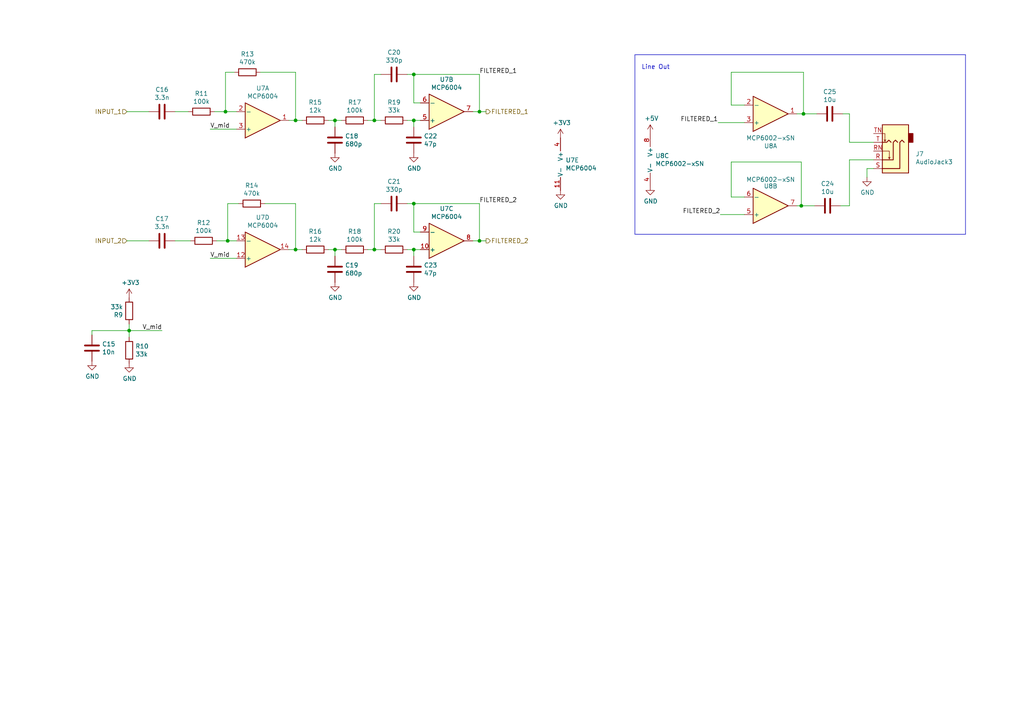
<source format=kicad_sch>
(kicad_sch (version 20230121) (generator eeschema)
  (paper "A4")
  (title_block (title "rusEfi Proteus") (date "2022-04-09") (rev "v0.7") (company "rusEFI") (comment 1 "github.com/mck1117/proteus") (comment 2 "rusefi.com/s/proteus"))
  (lib_symbols
    (symbol "Amplifier_Operational:MCP6002-xSN" (pin_names (offset 0.127))
      (property "Reference" "U" (at 0 5.08 0))
      (property "Value" "MCP6002-xSN" (at 0 -5.08 0))
      (symbol "MCP6002-xSN_1_1"
        (polyline (pts (xy -5.08 5.08) (xy 5.08 0) (xy -5.08 -5.08) (xy -5.08 5.08)) (stroke (width 0.254)) (fill (type background)))
        (pin output line (at 7.62 0 180) (length 2.54) (name "~") (number "1"))
        (pin input line (at -7.62 -2.54 0) (length 2.54) (name "-") (number "2"))
        (pin input line (at -7.62 2.54 0) (length 2.54) (name "+") (number "3"))
      )
      (symbol "MCP6002-xSN_2_1"
        (polyline (pts (xy -5.08 5.08) (xy 5.08 0) (xy -5.08 -5.08) (xy -5.08 5.08)) (stroke (width 0.254)) (fill (type background)))
        (pin input line (at -7.62 2.54 0) (length 2.54) (name "+") (number "5"))
        (pin input line (at -7.62 -2.54 0) (length 2.54) (name "-") (number "6"))
        (pin output line (at 7.62 0 180) (length 2.54) (name "~") (number "7"))
      )
      (symbol "MCP6002-xSN_3_1"
        (pin power_in line (at -2.54 -7.62 90) (length 3.81) (name "V-") (number "4"))
        (pin power_in line (at -2.54 7.62 270) (length 3.81) (name "V+") (number "8"))
      )
    )
    (symbol "Amplifier_Operational:MCP6004" (pin_names (offset 0.127))
      (property "Reference" "U" (at 0 5.08 0))
      (property "Value" "MCP6004" (at 0 -5.08 0))
      (symbol "MCP6004_1_1"
        (polyline (pts (xy -5.08 5.08) (xy 5.08 0) (xy -5.08 -5.08) (xy -5.08 5.08)) (stroke (width 0.254)) (fill (type background)))
        (pin output line (at 7.62 0 180) (length 2.54) (name "~") (number "1"))
        (pin input line (at -7.62 -2.54 0) (length 2.54) (name "-") (number "2"))
        (pin input line (at -7.62 2.54 0) (length 2.54) (name "+") (number "3"))
      )
      (symbol "MCP6004_2_1"
        (polyline (pts (xy -5.08 5.08) (xy 5.08 0) (xy -5.08 -5.08) (xy -5.08 5.08)) (stroke (width 0.254)) (fill (type background)))
        (pin input line (at -7.62 2.54 0) (length 2.54) (name "+") (number "5"))
        (pin input line (at -7.62 -2.54 0) (length 2.54) (name "-") (number "6"))
        (pin output line (at 7.62 0 180) (length 2.54) (name "~") (number "7"))
      )
      (symbol "MCP6004_3_1"
        (polyline (pts (xy -5.08 5.08) (xy 5.08 0) (xy -5.08 -5.08) (xy -5.08 5.08)) (stroke (width 0.254)) (fill (type background)))
        (pin input line (at -7.62 2.54 0) (length 2.54) (name "+") (number "10"))
        (pin output line (at 7.62 0 180) (length 2.54) (name "~") (number "8"))
        (pin input line (at -7.62 -2.54 0) (length 2.54) (name "-") (number "9"))
      )
      (symbol "MCP6004_4_1"
        (polyline (pts (xy -5.08 5.08) (xy 5.08 0) (xy -5.08 -5.08) (xy -5.08 5.08)) (stroke (width 0.254)) (fill (type background)))
        (pin input line (at -7.62 2.54 0) (length 2.54) (name "+") (number "12"))
        (pin input line (at -7.62 -2.54 0) (length 2.54) (name "-") (number "13"))
        (pin output line (at 7.62 0 180) (length 2.54) (name "~") (number "14"))
      )
      (symbol "MCP6004_5_1"
        (pin power_in line (at -2.54 -7.62 90) (length 3.81) (name "V-") (number "11"))
        (pin power_in line (at -2.54 7.62 270) (length 3.81) (name "V+") (number "4"))
      )
    )
    (symbol "Connector_Audio:AudioJack3_SwitchTR"
      (property "Reference" "J" (at 0 8.89 0))
      (property "Value" "AudioJack3_SwitchTR" (at 0 6.35 0))
      (symbol "AudioJack3_SwitchTR_0_1"
        (rectangle (start -5.08 -5.08) (end -6.35 -7.62) (stroke (width 0.254)) (fill (type outline)))
        (polyline (pts (xy 0.508 -0.254) (xy 0.762 -0.762)))
        (polyline (pts (xy 1.778 -5.334) (xy 2.032 -5.842)))
        (polyline (pts (xy 0 -5.08) (xy 0.635 -5.715) (xy 1.27 -5.08) (xy 2.54 -5.08)) (stroke (width 0.254)))
        (polyline (pts (xy 2.54 -7.62) (xy 1.778 -7.62) (xy 1.778 -5.334) (xy 1.524 -5.842)))
        (polyline (pts (xy 2.54 -2.54) (xy 0.508 -2.54) (xy 0.508 -0.254) (xy 0.254 -0.762)))
        (polyline (pts (xy -1.905 -5.08) (xy -1.27 -5.715) (xy -0.635 -5.08) (xy -0.635 0) (xy 2.54 0)) (stroke (width 0.254)))
        (polyline (pts (xy 2.54 2.54) (xy -2.54 2.54) (xy -2.54 -5.08) (xy -3.175 -5.715) (xy -3.81 -5.08)) (stroke (width 0.254)))
        (rectangle (start 2.54 3.81) (end -5.08 -10.16) (stroke (width 0.254)) (fill (type background)))
      )
      (symbol "AudioJack3_SwitchTR_1_1"
        (pin passive line (at 5.08 0 180) (length 2.54) (name "~") (number "R"))
        (pin passive line (at 5.08 -2.54 180) (length 2.54) (name "~") (number "RN"))
        (pin passive line (at 5.08 2.54 180) (length 2.54) (name "~") (number "S"))
        (pin passive line (at 5.08 -5.08 180) (length 2.54) (name "~") (number "T"))
        (pin passive line (at 5.08 -7.62 180) (length 2.54) (name "~") (number "TN"))
      )
    )
    (symbol "Device:C" (pin_numbers hide) (pin_names (offset 0.254))
      (property "Reference" "C" (at 0.635 2.54 0))
      (property "Value" "C" (at 0.635 -2.54 0))
      (symbol "C_0_1"
        (polyline (pts (xy -2.032 -0.762) (xy 2.032 -0.762)) (stroke (width 0.508)))
        (polyline (pts (xy -2.032 0.762) (xy 2.032 0.762)) (stroke (width 0.508)))
      )
      (symbol "C_1_1"
        (pin passive line (at 0 3.81 270) (length 2.794) (name "~") (number "1"))
        (pin passive line (at 0 -3.81 90) (length 2.794) (name "~") (number "2"))
      )
    )
    (symbol "Device:R" (pin_numbers hide) (pin_names (offset 0))
      (property "Reference" "R" (at 2.032 0 90))
      (property "Value" "R" (at 0 0 90))
      (symbol "R_0_1"
        (rectangle (start -1.016 -2.54) (end 1.016 2.54) (stroke (width 0.254)))
      )
      (symbol "R_1_1"
        (pin passive line (at 0 3.81 270) (length 1.27) (name "~") (number "1"))
        (pin passive line (at 0 -3.81 90) (length 1.27) (name "~") (number "2"))
      )
    )
    (symbol "power:+5V" (power) (pin_names (offset 0))
      (property "Value" "+5V" (at 0 3.556 0))
      (symbol "+5V_0_1"
        (polyline (pts (xy -0.762 1.27) (xy 0 2.54)))
        (polyline (pts (xy 0 0) (xy 0 2.54)))
        (polyline (pts (xy 0 2.54) (xy 0.762 1.27)))
      )
      (symbol "+5V_1_1"
        (pin power_in line (at 0 0 90) (length 0) hide (name "+5V") (number "1"))
      )
    )
    (symbol "power:GND" (power) (pin_names (offset 0))
      (property "Value" "GND" (at 0 -3.81 0))
      (symbol "GND_0_1"
        (polyline (pts (xy 0 0) (xy 0 -1.27) (xy 1.27 -1.27) (xy 0 -2.54) (xy -1.27 -1.27) (xy 0 -1.27)))
      )
      (symbol "GND_1_1"
        (pin power_in line (at 0 0 270) (length 0) hide (name "GND") (number "1"))
      )
    )
    (symbol "proteus-rescue:+3.3V-power" (power) (pin_names (offset 0))
      (property "Value" "+3.3V-power" (at 0 3.556 0))
      (symbol "+3.3V-power_0_1"
        (polyline (pts (xy -0.762 1.27) (xy 0 2.54)))
        (polyline (pts (xy 0 0) (xy 0 2.54)))
        (polyline (pts (xy 0 2.54) (xy 0.762 1.27)))
      )
      (symbol "+3.3V-power_1_1"
        (pin power_in line (at 0 0 90) (length 0) hide (name "+3V3") (number "1"))
      )
    )
  )
  (junction (at 108.585 72.39))
  (junction (at 120.015 72.39))
  (junction (at 97.155 72.39))
  (junction (at 66.04 69.85))
  (junction (at 120.015 34.925))
  (junction (at 108.585 34.925))
  (junction (at 85.725 72.39))
  (junction (at 37.465 95.885))
  (junction (at 85.725 34.925))
  (junction (at 65.405 32.385))
  (junction (at 232.41 59.69))
  (junction (at 120.015 59.055))
  (junction (at 120.015 21.59))
  (junction (at 97.155 34.925))
  (junction (at 233.045 33.02))
  (junction (at 139.065 32.385))
  (junction (at 139.065 69.85))
  (wire (pts (xy 50.8 69.85) (xy 55.245 69.85)))
  (wire (pts (xy 97.155 72.39) (xy 95.25 72.39)))
  (wire (pts (xy 85.725 34.925) (xy 87.63 34.925)))
  (wire (pts (xy 108.585 21.59) (xy 108.585 34.925)))
  (wire (pts (xy 212.09 57.15) (xy 212.09 46.99)))
  (wire (pts (xy 46.99 95.885) (xy 37.465 95.885)))
  (wire (pts (xy 65.405 32.385) (xy 65.405 20.955)))
  (wire (pts (xy 251.46 51.435) (xy 251.46 48.895)))
  (wire (pts (xy 65.405 32.385) (xy 68.58 32.385)))
  (wire (pts (xy 110.49 72.39) (xy 108.585 72.39)))
  (wire (pts (xy 212.09 30.48) (xy 212.09 20.955)))
  (wire (pts (xy 121.92 72.39) (xy 120.015 72.39)))
  (wire (pts (xy 66.04 69.85) (xy 68.58 69.85)))
  (wire (pts (xy 36.83 69.85) (xy 43.18 69.85)))
  (wire (pts (xy 50.8 32.385) (xy 54.61 32.385)))
  (polyline (pts (xy 184.15 15.875) (xy 280.035 15.875)))
  (wire (pts (xy 212.09 46.99) (xy 232.41 46.99)))
  (wire (pts (xy 232.41 59.69) (xy 236.22 59.69)))
  (wire (pts (xy 212.09 20.955) (xy 233.045 20.955)))
  (wire (pts (xy 120.015 74.295) (xy 120.015 72.39)))
  (wire (pts (xy 65.405 20.955) (xy 67.945 20.955)))
  (wire (pts (xy 233.045 20.955) (xy 233.045 33.02)))
  (wire (pts (xy 140.97 69.85) (xy 139.065 69.85)))
  (wire (pts (xy 246.38 33.02) (xy 246.38 41.275)))
  (wire (pts (xy 121.92 67.31) (xy 120.015 67.31)))
  (polyline (pts (xy 184.15 67.945) (xy 184.15 15.875)))
  (wire (pts (xy 97.155 34.925) (xy 99.06 34.925)))
  (wire (pts (xy 26.67 95.885) (xy 37.465 95.885)))
  (wire (pts (xy 208.915 62.23) (xy 215.9 62.23)))
  (wire (pts (xy 246.38 46.355) (xy 246.38 59.69)))
  (wire (pts (xy 36.83 32.385) (xy 43.18 32.385)))
  (wire (pts (xy 37.465 95.885) (xy 37.465 97.79)))
  (wire (pts (xy 215.9 30.48) (xy 212.09 30.48)))
  (wire (pts (xy 66.04 59.055) (xy 69.215 59.055)))
  (wire (pts (xy 246.38 41.275) (xy 253.365 41.275)))
  (wire (pts (xy 108.585 72.39) (xy 106.68 72.39)))
  (wire (pts (xy 110.49 34.925) (xy 108.585 34.925)))
  (wire (pts (xy 85.725 20.955) (xy 85.725 34.925)))
  (wire (pts (xy 139.065 59.055) (xy 139.065 69.85)))
  (polyline (pts (xy 280.035 15.875) (xy 280.035 67.945)))
  (wire (pts (xy 120.015 29.845) (xy 120.015 21.59)))
  (wire (pts (xy 120.015 21.59) (xy 139.065 21.59)))
  (wire (pts (xy 37.465 93.98) (xy 37.465 95.885)))
  (wire (pts (xy 62.23 32.385) (xy 65.405 32.385)))
  (wire (pts (xy 75.565 20.955) (xy 85.725 20.955)))
  (wire (pts (xy 120.015 67.31) (xy 120.015 59.055)))
  (wire (pts (xy 118.11 59.055) (xy 120.015 59.055)))
  (wire (pts (xy 97.155 34.925) (xy 95.25 34.925)))
  (wire (pts (xy 140.97 32.385) (xy 139.065 32.385)))
  (polyline (pts (xy 280.035 67.945) (xy 184.15 67.945)))
  (wire (pts (xy 97.155 36.83) (xy 97.155 34.925)))
  (wire (pts (xy 97.155 72.39) (xy 99.06 72.39)))
  (wire (pts (xy 215.9 57.15) (xy 212.09 57.15)))
  (wire (pts (xy 244.475 33.02) (xy 246.38 33.02)))
  (wire (pts (xy 120.015 59.055) (xy 139.065 59.055)))
  (wire (pts (xy 121.92 29.845) (xy 120.015 29.845)))
  (wire (pts (xy 231.14 33.02) (xy 233.045 33.02)))
  (wire (pts (xy 60.96 37.465) (xy 68.58 37.465)))
  (wire (pts (xy 62.865 69.85) (xy 66.04 69.85)))
  (wire (pts (xy 97.155 74.295) (xy 97.155 72.39)))
  (wire (pts (xy 139.065 69.85) (xy 137.16 69.85)))
  (wire (pts (xy 26.67 97.155) (xy 26.67 95.885)))
  (wire (pts (xy 253.365 46.355) (xy 246.38 46.355)))
  (wire (pts (xy 121.92 34.925) (xy 120.015 34.925)))
  (wire (pts (xy 85.725 72.39) (xy 83.82 72.39)))
  (wire (pts (xy 246.38 59.69) (xy 243.84 59.69)))
  (wire (pts (xy 110.49 59.055) (xy 108.585 59.055)))
  (wire (pts (xy 85.725 59.055) (xy 85.725 72.39)))
  (wire (pts (xy 87.63 72.39) (xy 85.725 72.39)))
  (wire (pts (xy 120.015 72.39) (xy 118.11 72.39)))
  (wire (pts (xy 139.065 32.385) (xy 137.16 32.385)))
  (wire (pts (xy 60.96 74.93) (xy 68.58 74.93)))
  (wire (pts (xy 66.04 69.85) (xy 66.04 59.055)))
  (wire (pts (xy 120.015 34.925) (xy 118.11 34.925)))
  (wire (pts (xy 83.82 34.925) (xy 85.725 34.925)))
  (wire (pts (xy 231.14 59.69) (xy 232.41 59.69)))
  (wire (pts (xy 233.045 33.02) (xy 236.855 33.02)))
  (wire (pts (xy 232.41 46.99) (xy 232.41 59.69)))
  (wire (pts (xy 118.11 21.59) (xy 120.015 21.59)))
  (wire (pts (xy 208.28 35.56) (xy 215.9 35.56)))
  (wire (pts (xy 110.49 21.59) (xy 108.585 21.59)))
  (wire (pts (xy 139.065 21.59) (xy 139.065 32.385)))
  (wire (pts (xy 108.585 59.055) (xy 108.585 72.39)))
  (wire (pts (xy 108.585 34.925) (xy 106.68 34.925)))
  (wire (pts (xy 76.835 59.055) (xy 85.725 59.055)))
  (wire (pts (xy 251.46 48.895) (xy 253.365 48.895)))
  (wire (pts (xy 120.015 36.83) (xy 120.015 34.925)))
  (text "Line Out" (at 186.055 20.32 0) (effects (font (size 1.27 1.27)) (justify left bottom)))
  (label "V_mid" (at 46.99 95.885 180))
  (label "FILTERED_2" (at 208.915 62.23 180))
  (label "V_mid" (at 60.96 37.465 0))
  (label "V_mid" (at 60.96 74.93 0))
  (label "FILTERED_2" (at 139.065 59.055 0))
  (label "FILTERED_1" (at 208.28 35.56 180))
  (label "FILTERED_1" (at 139.065 21.59 0))
  (hierarchical_label "FILTERED_1" (shape output) (at 140.97 32.385 0))
  (hierarchical_label "INPUT_1" (shape input) (at 36.83 32.385 180))
  (hierarchical_label "FILTERED_2" (shape output) (at 140.97 69.85 0))
  (hierarchical_label "INPUT_2" (shape input) (at 36.83 69.85 180))
  (symbol (lib_id "Amplifier_Operational:MCP6004") (at 76.2 34.925 0) (mirror x) (unit 1)
    (property "Reference" "U7" (at 76.2 25.6032 0))
    (property "Value" "MCP6004" (at 76.2 27.9146 0))
    (property "Footprint" "Package_SO:TSSOP-14_4.4x5mm_P0.65mm" (effects hide))
    (property "Datasheet" "http://ww1.microchip.com/downloads/en/DeviceDoc/21733j.pdf" (effects hide))
    (property "LCSC" "C50282" (effects hide))
    (property "LCSC_ext" "1" (effects hide))
    (property "PN" "MCP6004T-I/ST" (effects hide))
    (property "possible_not_ext" "1" (effects hide))
  )
  (symbol (lib_id "Amplifier_Operational:MCP6004") (at 129.54 32.385 0) (mirror x) (unit 2)
    (property "Reference" "U7" (at 129.54 23.0632 0))
    (property "Value" "MCP6004" (at 129.54 25.3746 0))
    (property "Footprint" "Package_SO:TSSOP-14_4.4x5mm_P0.65mm" (effects hide))
    (property "Datasheet" "http://ww1.microchip.com/downloads/en/DeviceDoc/21733j.pdf" (effects hide))
    (property "LCSC" "C50282" (effects hide))
    (property "LCSC_ext" "1" (effects hide))
    (property "PN" "MCP6004T-I/ST" (effects hide))
    (property "possible_not_ext" "1" (effects hide))
  )
  (symbol (lib_id "Amplifier_Operational:MCP6004") (at 129.54 69.85 0) (mirror x) (unit 3)
    (property "Reference" "U7" (at 129.54 60.5282 0))
    (property "Value" "MCP6004" (at 129.54 62.8396 0))
    (property "Footprint" "Package_SO:TSSOP-14_4.4x5mm_P0.65mm" (effects hide))
    (property "Datasheet" "http://ww1.microchip.com/downloads/en/DeviceDoc/21733j.pdf" (effects hide))
    (property "LCSC" "C50282" (effects hide))
    (property "LCSC_ext" "1" (effects hide))
    (property "PN" "MCP6004T-I/ST" (effects hide))
    (property "possible_not_ext" "1" (effects hide))
  )
  (symbol (lib_id "Amplifier_Operational:MCP6004") (at 76.2 72.39 0) (mirror x) (unit 4)
    (property "Reference" "U7" (at 76.2 63.0682 0))
    (property "Value" "MCP6004" (at 76.2 65.3796 0))
    (property "Footprint" "Package_SO:TSSOP-14_4.4x5mm_P0.65mm" (effects hide))
    (property "Datasheet" "http://ww1.microchip.com/downloads/en/DeviceDoc/21733j.pdf" (effects hide))
    (property "LCSC" "C50282" (effects hide))
    (property "LCSC_ext" "1" (effects hide))
    (property "PN" "MCP6004T-I/ST" (effects hide))
    (property "possible_not_ext" "1" (effects hide))
  )
  (symbol (lib_id "Amplifier_Operational:MCP6004") (at 165.1 47.625 0) (unit 5)
    (property "Reference" "U7" (at 164.0332 46.4566 0) (effects (justify left)))
    (property "Value" "MCP6004" (at 164.0332 48.768 0) (effects (justify left)))
    (property "Footprint" "Package_SO:TSSOP-14_4.4x5mm_P0.65mm" (effects hide))
    (property "Datasheet" "http://ww1.microchip.com/downloads/en/DeviceDoc/21733j.pdf" (effects hide))
    (property "LCSC" "C50282" (effects hide))
    (property "LCSC_ext" "1" (effects hide))
    (property "PN" "MCP6004T-I/ST" (effects hide))
    (property "possible_not_ext" "1" (effects hide))
  )
  (symbol (lib_id "power:GND") (at 162.56 55.245 0) (unit 1)
    (property "Reference" "#PWR059" (effects hide))
    (property "Value" "GND" (at 162.687 59.6392 0))
  )
  (symbol (lib_id "proteus-rescue:+3.3V-power") (at 162.56 40.005 0) (unit 1)
    (property "Reference" "#PWR058" (effects hide))
    (property "Value" "+3.3V" (at 162.941 35.6108 0))
  )
  (symbol (lib_id "Device:R") (at 37.465 90.17 180) (unit 1)
    (property "Reference" "R9" (at 35.687 91.3384 0) (effects (justify left)))
    (property "Value" "33k" (at 35.687 89.027 0) (effects (justify left)))
    (property "Footprint" "Resistor_SMD:R_0402_1005Metric" (effects hide))
    (property "LCSC" "C25779" (effects hide))
    (property "LCSC_ext" "0" (effects hide))
  )
  (symbol (lib_id "Device:R") (at 37.465 101.6 0) (unit 1)
    (property "Reference" "R10" (at 39.243 100.4316 0) (effects (justify left)))
    (property "Value" "33k" (at 39.243 102.743 0) (effects (justify left)))
    (property "Footprint" "Resistor_SMD:R_0402_1005Metric" (effects hide))
    (property "LCSC" "C25779" (effects hide))
    (property "LCSC_ext" "0" (effects hide))
  )
  (symbol (lib_id "Device:R") (at 91.44 34.925 270) (unit 1)
    (property "Reference" "R15" (at 91.44 29.6672 90))
    (property "Value" "12k" (at 91.44 31.9786 90))
    (property "Footprint" "Resistor_SMD:R_0402_1005Metric" (effects hide))
    (property "LCSC" "C25752" (effects hide))
    (property "LCSC_ext" "0" (effects hide))
  )
  (symbol (lib_id "Device:R") (at 102.87 34.925 270) (unit 1)
    (property "Reference" "R17" (at 102.87 29.6672 90))
    (property "Value" "100k" (at 102.87 31.9786 90))
    (property "Footprint" "Resistor_SMD:R_0402_1005Metric" (effects hide))
    (property "LCSC" "C25741" (effects hide))
    (property "LCSC_ext" "0" (effects hide))
  )
  (symbol (lib_id "Device:R") (at 114.3 34.925 270) (unit 1)
    (property "Reference" "R19" (at 114.3 29.6672 90))
    (property "Value" "33k" (at 114.3 31.9786 90))
    (property "Footprint" "Resistor_SMD:R_0402_1005Metric" (effects hide))
    (property "LCSC" "C25779" (effects hide))
    (property "LCSC_ext" "0" (effects hide))
  )
  (symbol (lib_id "power:GND") (at 37.465 105.41 0) (unit 1)
    (property "Reference" "#PWR053" (effects hide))
    (property "Value" "GND" (at 37.592 109.8042 0))
  )
  (symbol (lib_id "proteus-rescue:+3.3V-power") (at 37.465 86.36 0) (unit 1)
    (property "Reference" "#PWR052" (effects hide))
    (property "Value" "+3.3V" (at 37.846 81.9658 0))
  )
  (symbol (lib_id "Device:C") (at 97.155 40.64 180) (unit 1)
    (property "Reference" "C18" (at 100.076 39.4716 0) (effects (justify right)))
    (property "Value" "680p" (at 100.076 41.783 0) (effects (justify right)))
    (property "Footprint" "Capacitor_SMD:C_0603_1608Metric" (effects hide))
    (property "LCSC" "C1630" (effects hide))
    (property "LCSC_ext" "0" (effects hide))
  )
  (symbol (lib_id "Device:C") (at 120.015 40.64 180) (unit 1)
    (property "Reference" "C22" (at 122.936 39.4716 0) (effects (justify right)))
    (property "Value" "47p" (at 122.936 41.783 0) (effects (justify right)))
    (property "Footprint" "Capacitor_SMD:C_0402_1005Metric" (effects hide))
    (property "LCSC" "C1567" (effects hide))
    (property "LCSC_ext" "0" (effects hide))
  )
  (symbol (lib_id "Device:C") (at 114.3 21.59 90) (unit 1)
    (property "Reference" "C20" (at 114.3 15.1892 90))
    (property "Value" "330p" (at 114.3 17.5006 90))
    (property "Footprint" "Capacitor_SMD:C_0402_1005Metric" (effects hide))
    (property "LCSC" "C13533" (effects hide))
    (property "LCSC_ext" "0" (effects hide))
  )
  (symbol (lib_id "power:GND") (at 97.155 44.45 0) (unit 1)
    (property "Reference" "#PWR054" (effects hide))
    (property "Value" "GND" (at 97.282 48.8442 0))
  )
  (symbol (lib_id "power:GND") (at 120.015 44.45 0) (unit 1)
    (property "Reference" "#PWR056" (effects hide))
    (property "Value" "GND" (at 120.142 48.8442 0))
  )
  (symbol (lib_id "Device:R") (at 91.44 72.39 270) (unit 1)
    (property "Reference" "R16" (at 91.44 67.1322 90))
    (property "Value" "12k" (at 91.44 69.4436 90))
    (property "Footprint" "Resistor_SMD:R_0402_1005Metric" (effects hide))
    (property "LCSC" "C25752" (effects hide))
    (property "LCSC_ext" "0" (effects hide))
  )
  (symbol (lib_id "Device:R") (at 102.87 72.39 270) (unit 1)
    (property "Reference" "R18" (at 102.87 67.1322 90))
    (property "Value" "100k" (at 102.87 69.4436 90))
    (property "Footprint" "Resistor_SMD:R_0402_1005Metric" (effects hide))
    (property "LCSC" "C25741" (effects hide))
    (property "LCSC_ext" "0" (effects hide))
  )
  (symbol (lib_id "Device:R") (at 114.3 72.39 270) (unit 1)
    (property "Reference" "R20" (at 114.3 67.1322 90))
    (property "Value" "33k" (at 114.3 69.4436 90))
    (property "Footprint" "Resistor_SMD:R_0402_1005Metric" (effects hide))
    (property "LCSC" "C25779" (effects hide))
    (property "LCSC_ext" "0" (effects hide))
  )
  (symbol (lib_id "Device:C") (at 97.155 78.105 180) (unit 1)
    (property "Reference" "C19" (at 100.076 76.9366 0) (effects (justify right)))
    (property "Value" "680p" (at 100.076 79.248 0) (effects (justify right)))
    (property "Footprint" "Capacitor_SMD:C_0603_1608Metric" (effects hide))
    (property "LCSC" "C1630" (effects hide))
    (property "LCSC_ext" "0" (effects hide))
  )
  (symbol (lib_id "Device:C") (at 120.015 78.105 180) (unit 1)
    (property "Reference" "C23" (at 122.936 76.9366 0) (effects (justify right)))
    (property "Value" "47p" (at 122.936 79.248 0) (effects (justify right)))
    (property "Footprint" "Capacitor_SMD:C_0402_1005Metric" (effects hide))
    (property "LCSC" "C1567" (effects hide))
    (property "LCSC_ext" "0" (effects hide))
  )
  (symbol (lib_id "Device:C") (at 114.3 59.055 90) (unit 1)
    (property "Reference" "C21" (at 114.3 52.6542 90))
    (property "Value" "330p" (at 114.3 54.9656 90))
    (property "Footprint" "Capacitor_SMD:C_0402_1005Metric" (effects hide))
    (property "LCSC" "C13533" (effects hide))
    (property "LCSC_ext" "0" (effects hide))
  )
  (symbol (lib_id "power:GND") (at 97.155 81.915 0) (unit 1)
    (property "Reference" "#PWR055" (effects hide))
    (property "Value" "GND" (at 97.282 86.3092 0))
  )
  (symbol (lib_id "power:GND") (at 120.015 81.915 0) (unit 1)
    (property "Reference" "#PWR057" (effects hide))
    (property "Value" "GND" (at 120.142 86.3092 0))
  )
  (symbol (lib_id "Device:R") (at 58.42 32.385 270) (unit 1)
    (property "Reference" "R11" (at 58.42 27.1272 90))
    (property "Value" "100k" (at 58.42 29.4386 90))
    (property "Footprint" "Resistor_SMD:R_0402_1005Metric" (effects hide))
    (property "LCSC" "C25741" (effects hide))
  )
  (symbol (lib_id "Device:R") (at 71.755 20.955 270) (unit 1)
    (property "Reference" "R13" (at 71.755 15.6972 90))
    (property "Value" "470k" (at 71.755 18.0086 90))
    (property "Footprint" "Resistor_SMD:R_0402_1005Metric" (effects hide))
    (property "LCSC" "C25790" (effects hide))
  )
  (symbol (lib_id "Device:C") (at 46.99 32.385 270) (unit 1)
    (property "Reference" "C16" (at 46.99 25.9842 90))
    (property "Value" "3.3n" (at 46.99 28.2956 90))
    (property "Footprint" "Capacitor_SMD:C_0805_2012Metric" (effects hide))
    (property "LCSC" "C107149" (effects hide))
    (property "LCSC_ext" "0" (effects hide))
  )
  (symbol (lib_id "Device:C") (at 26.67 100.965 180) (unit 1)
    (property "Reference" "C15" (at 29.591 99.7966 0) (effects (justify right)))
    (property "Value" "10n" (at 29.591 102.108 0) (effects (justify right)))
    (property "Footprint" "Capacitor_SMD:C_0603_1608Metric" (effects hide))
    (property "LCSC" "C57112" (effects hide))
    (property "LCSC_ext" "0" (effects hide))
  )
  (symbol (lib_id "power:GND") (at 26.67 104.775 0) (unit 1)
    (property "Reference" "#PWR051" (effects hide))
    (property "Value" "GND" (at 26.797 109.1692 0))
  )
  (symbol (lib_id "Device:R") (at 73.025 59.055 270) (unit 1)
    (property "Reference" "R14" (at 73.025 53.7972 90))
    (property "Value" "470k" (at 73.025 56.1086 90))
    (property "Footprint" "Resistor_SMD:R_0402_1005Metric" (effects hide))
    (property "LCSC" "C25790" (effects hide))
  )
  (symbol (lib_id "Device:R") (at 59.055 69.85 270) (unit 1)
    (property "Reference" "R12" (at 59.055 64.5922 90))
    (property "Value" "100k" (at 59.055 66.9036 90))
    (property "Footprint" "Resistor_SMD:R_0402_1005Metric" (effects hide))
    (property "LCSC" "C25741" (effects hide))
  )
  (symbol (lib_id "Device:C") (at 46.99 69.85 270) (unit 1)
    (property "Reference" "C17" (at 46.99 63.4492 90))
    (property "Value" "3.3n" (at 46.99 65.7606 90))
    (property "Footprint" "Capacitor_SMD:C_0805_2012Metric" (effects hide))
    (property "LCSC" "C107149" (effects hide))
    (property "LCSC_ext" "0" (effects hide))
  )
  (symbol (lib_id "power:+5V") (at 188.595 38.735 0) (unit 1)
    (property "Reference" "#PWR060" (effects hide))
    (property "Value" "+5V" (at 188.976 34.3408 0))
  )
  (symbol (lib_id "Amplifier_Operational:MCP6002-xSN") (at 223.52 33.02 0) (mirror x) (unit 1)
    (property "Reference" "U8" (at 223.52 42.3418 0))
    (property "Value" "MCP6002-xSN" (at 223.52 40.0304 0))
    (property "Footprint" "Package_SO:SOIC-8_3.9x4.9mm_P1.27mm" (effects hide))
    (property "Datasheet" "http://ww1.microchip.com/downloads/en/DeviceDoc/21733j.pdf" (effects hide))
    (property "LCSC" "C7377" (effects hide))
    (property "LCSC_ext" "0" (effects hide))
  )
  (symbol (lib_id "Amplifier_Operational:MCP6002-xSN") (at 223.52 59.69 0) (mirror x) (unit 2)
    (property "Reference" "U8" (at 223.52 53.975 0))
    (property "Value" "MCP6002-xSN" (at 223.52 52.07 0))
    (property "Footprint" "Package_SO:SOIC-8_3.9x4.9mm_P1.27mm" (effects hide))
    (property "Datasheet" "http://ww1.microchip.com/downloads/en/DeviceDoc/21733j.pdf" (effects hide))
    (property "LCSC" "C7377" (effects hide))
    (property "LCSC_ext" "0" (effects hide))
  )
  (symbol (lib_id "Amplifier_Operational:MCP6002-xSN") (at 191.135 46.355 0) (unit 3)
    (property "Reference" "U8" (at 190.0682 45.1866 0) (effects (justify left)))
    (property "Value" "MCP6002-xSN" (at 190.0682 47.498 0) (effects (justify left)))
    (property "Footprint" "Package_SO:SOIC-8_3.9x4.9mm_P1.27mm" (effects hide))
    (property "Datasheet" "http://ww1.microchip.com/downloads/en/DeviceDoc/21733j.pdf" (effects hide))
    (property "LCSC" "C7377" (effects hide))
    (property "LCSC_ext" "0" (effects hide))
  )
  (symbol (lib_id "power:GND") (at 188.595 53.975 0) (unit 1)
    (property "Reference" "#PWR061" (effects hide))
    (property "Value" "GND" (at 188.722 58.3692 0))
  )
  (symbol (lib_id "Device:C") (at 240.665 33.02 270) (unit 1)
    (property "Reference" "C25" (at 240.665 26.6192 90))
    (property "Value" "10u" (at 240.665 28.9306 90))
    (property "Footprint" "Capacitor_SMD:C_1206_3216Metric" (effects hide))
    (property "LCSC" "C13585" (effects hide))
    (property "LCSC_ext" "0" (effects hide))
  )
  (symbol (lib_id "Device:C") (at 240.03 59.69 270) (unit 1)
    (property "Reference" "C24" (at 240.03 53.2892 90))
    (property "Value" "10u" (at 240.03 55.6006 90))
    (property "Footprint" "Capacitor_SMD:C_1206_3216Metric" (effects hide))
    (property "LCSC" "C13585" (effects hide))
    (property "LCSC_ext" "0" (effects hide))
  )
  (symbol (lib_id "Connector_Audio:AudioJack3_SwitchTR") (at 258.445 46.355 180) (unit 1)
    (property "Reference" "J7" (at 265.557 44.6532 0) (effects (justify right)))
    (property "Value" "AudioJack3" (at 265.557 46.9646 0) (effects (justify right)))
    (property "Footprint" "audiojack:Jack_3.5mm_PJ-3250-5A" (effects hide))
    (property "LCSC" "C165947" (effects hide))
    (property "PN" "SJ1-3533NG" (effects hide))
    (property "JLCPosOffset" "0.75,-2.25" (effects hide))
  )
  (symbol (lib_id "power:GND") (at 251.46 51.435 0) (unit 1)
    (property "Reference" "#PWR062" (effects hide))
    (property "Value" "GND" (at 251.587 55.8292 0))
  )
)
</source>
